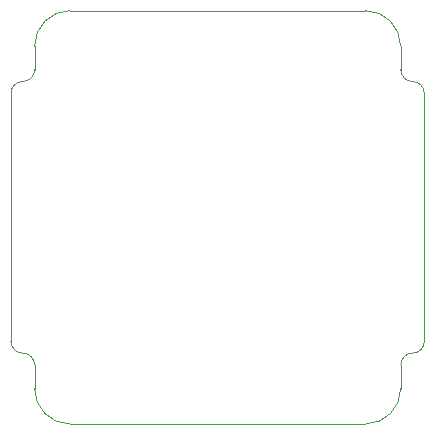
<source format=gm1>
G04 #@! TF.FileFunction,Profile,NP*
%FSLAX46Y46*%
G04 Gerber Fmt 4.6, Leading zero omitted, Abs format (unit mm)*
G04 Created by KiCad (PCBNEW 4.0.4-stable) date Friday, October 13, 2017 'PMt' 10:51:30 PM*
%MOMM*%
%LPD*%
G01*
G04 APERTURE LIST*
%ADD10C,0.100000*%
G04 APERTURE END LIST*
D10*
X103000000Y-90000000D02*
X103000000Y-92000000D01*
X104000000Y-89000000D02*
G75*
G03X103000000Y-90000000I0J-1000000D01*
G01*
X100000000Y-95000000D02*
G75*
G03X103000000Y-92000000I0J3000000D01*
G01*
X104000000Y-89000000D02*
G75*
G03X105000000Y-88000000I0J1000000D01*
G01*
X72000000Y-90000000D02*
X72000000Y-92000000D01*
X72000000Y-90000000D02*
G75*
G03X71000000Y-89000000I-1000000J0D01*
G01*
X70000000Y-88000000D02*
G75*
G03X71000000Y-89000000I1000000J0D01*
G01*
X72000000Y-92000000D02*
G75*
G03X75000000Y-95000000I3000000J0D01*
G01*
X72000000Y-63000000D02*
X72000000Y-65000000D01*
X71000000Y-66000000D02*
G75*
G03X72000000Y-65000000I0J1000000D01*
G01*
X71000000Y-66000000D02*
G75*
G03X70000000Y-67000000I0J-1000000D01*
G01*
X75000000Y-60000000D02*
G75*
G03X72000000Y-63000000I0J-3000000D01*
G01*
X103000000Y-63000000D02*
G75*
G03X100000000Y-60000000I-3000000J0D01*
G01*
X103000000Y-63000000D02*
X103000000Y-65000000D01*
X105000000Y-67000000D02*
G75*
G03X104000000Y-66000000I-1000000J0D01*
G01*
X103000000Y-65000000D02*
G75*
G03X104000000Y-66000000I1000000J0D01*
G01*
X70000000Y-88000000D02*
X70000000Y-67000000D01*
X100000000Y-95000000D02*
X75000000Y-95000000D01*
X105000000Y-67000000D02*
X105000000Y-88000000D01*
X75000000Y-60000000D02*
X100000000Y-60000000D01*
M02*

</source>
